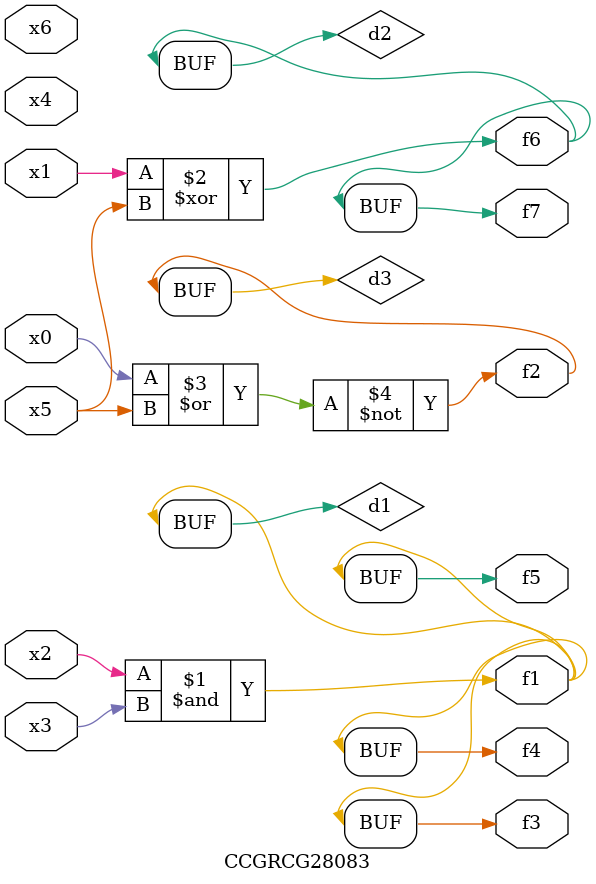
<source format=v>
module CCGRCG28083(
	input x0, x1, x2, x3, x4, x5, x6,
	output f1, f2, f3, f4, f5, f6, f7
);

	wire d1, d2, d3;

	and (d1, x2, x3);
	xor (d2, x1, x5);
	nor (d3, x0, x5);
	assign f1 = d1;
	assign f2 = d3;
	assign f3 = d1;
	assign f4 = d1;
	assign f5 = d1;
	assign f6 = d2;
	assign f7 = d2;
endmodule

</source>
